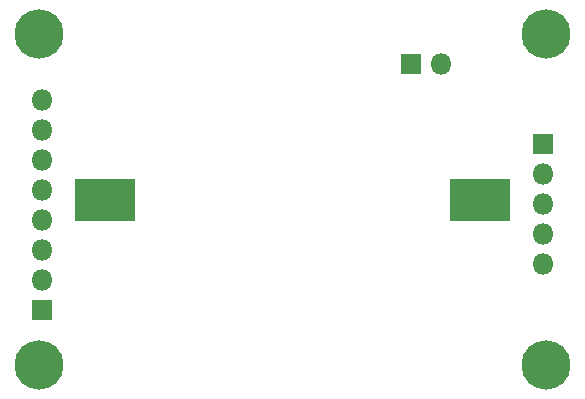
<source format=gbs>
%TF.GenerationSoftware,KiCad,Pcbnew,4.0.7*%
%TF.CreationDate,2018-04-09T00:36:22-04:00*%
%TF.ProjectId,TemperatureHumidityEPD,54656D706572617475726548756D6964,rev?*%
%TF.FileFunction,Soldermask,Bot*%
%FSLAX46Y46*%
G04 Gerber Fmt 4.6, Leading zero omitted, Abs format (unit mm)*
G04 Created by KiCad (PCBNEW 4.0.7) date Monday, 09 April 2018 'AMt' 00:36:22*
%MOMM*%
%LPD*%
G01*
G04 APERTURE LIST*
%ADD10C,0.127000*%
%ADD11R,5.100000X3.600000*%
%ADD12R,1.800000X1.800000*%
%ADD13O,1.800000X1.800000*%
%ADD14C,4.164000*%
G04 APERTURE END LIST*
D10*
D11*
X108090000Y-96500000D03*
X139910000Y-96500000D03*
D12*
X102800000Y-105860000D03*
D13*
X102800000Y-103320000D03*
X102800000Y-100780000D03*
X102800000Y-98240000D03*
X102800000Y-95700000D03*
X102800000Y-93160000D03*
X102800000Y-90620000D03*
X102800000Y-88080000D03*
D12*
X145200000Y-91760000D03*
D13*
X145200000Y-94300000D03*
X145200000Y-96840000D03*
X145200000Y-99380000D03*
X145200000Y-101920000D03*
D12*
X134000000Y-85000000D03*
D13*
X136540000Y-85000000D03*
D14*
X145500000Y-110500000D03*
X102500000Y-82500000D03*
X102500000Y-110500000D03*
X145500000Y-82500000D03*
M02*

</source>
